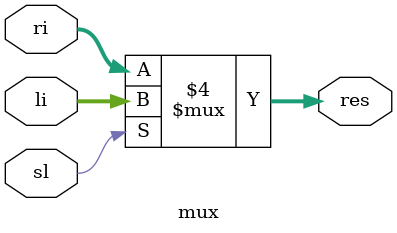
<source format=sv>
`timescale 1ns / 1ps


module mux(
    input logic [31:0] ri,
    input logic [31:0] li,
    input logic sl,
    output logic[31:0] res
    );
    always_comb
     begin
    if(sl == 1'b0)
       res = ri;
    else
        res = li;     
    end
endmodule

</source>
